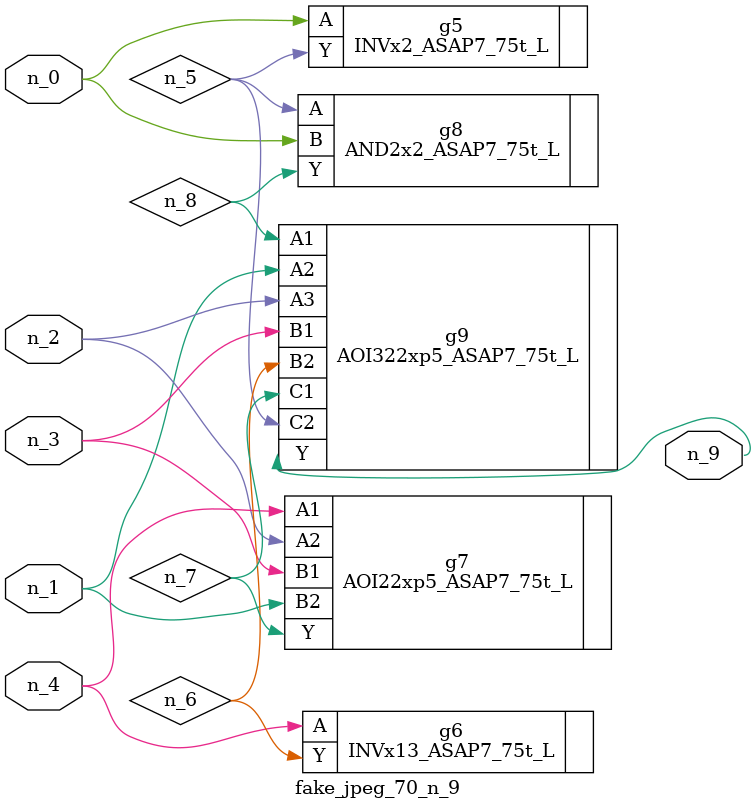
<source format=v>
module fake_jpeg_70_n_9 (n_3, n_2, n_1, n_0, n_4, n_9);

input n_3;
input n_2;
input n_1;
input n_0;
input n_4;

output n_9;

wire n_8;
wire n_6;
wire n_5;
wire n_7;

INVx2_ASAP7_75t_L g5 ( 
.A(n_0),
.Y(n_5)
);

INVx13_ASAP7_75t_L g6 ( 
.A(n_4),
.Y(n_6)
);

AOI22xp5_ASAP7_75t_L g7 ( 
.A1(n_4),
.A2(n_2),
.B1(n_3),
.B2(n_1),
.Y(n_7)
);

AND2x2_ASAP7_75t_L g8 ( 
.A(n_5),
.B(n_0),
.Y(n_8)
);

AOI322xp5_ASAP7_75t_L g9 ( 
.A1(n_8),
.A2(n_1),
.A3(n_2),
.B1(n_3),
.B2(n_6),
.C1(n_7),
.C2(n_5),
.Y(n_9)
);


endmodule
</source>
